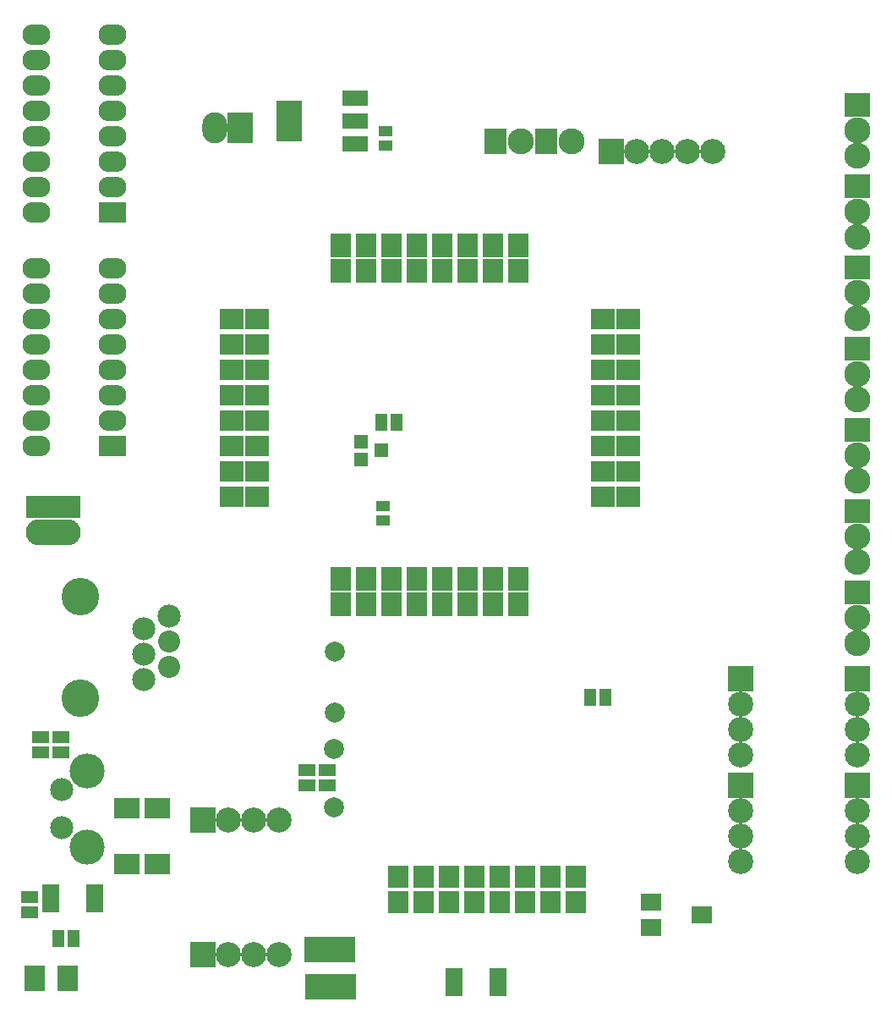
<source format=gts>
G04 #@! TF.FileFunction,Soldermask,Top*
%FSLAX46Y46*%
G04 Gerber Fmt 4.6, Leading zero omitted, Abs format (unit mm)*
G04 Created by KiCad (PCBNEW 4.0.6) date 01/03/18 21:04:18*
%MOMM*%
%LPD*%
G01*
G04 APERTURE LIST*
%ADD10C,0.150000*%
%ADD11R,2.540000X4.165600*%
%ADD12R,2.540000X1.524000*%
%ADD13R,2.032000X1.778000*%
%ADD14R,1.408000X1.008000*%
%ADD15R,2.508000X3.108000*%
%ADD16O,2.508000X3.108000*%
%ADD17C,2.308860*%
%ADD18C,2.208000*%
%ADD19C,3.759200*%
%ADD20R,2.506980X2.506980*%
%ADD21R,2.308860X2.608580*%
%ADD22C,2.608580*%
%ADD23R,5.508000X2.308860*%
%ADD24O,5.508000X2.608580*%
%ADD25C,2.506980*%
%ADD26R,2.032000X2.308860*%
%ADD27R,2.608580X2.407920*%
%ADD28R,1.422400X1.422400*%
%ADD29C,2.008000*%
%ADD30R,1.651000X1.143000*%
%ADD31R,2.508000X2.008000*%
%ADD32R,2.508000X2.032000*%
%ADD33R,1.143000X1.651000*%
%ADD34R,2.032000X2.540000*%
%ADD35R,1.778000X0.914400*%
%ADD36R,2.794000X2.082800*%
%ADD37O,2.794000X2.082800*%
%ADD38C,3.507740*%
%ADD39O,3.507740X3.507740*%
%ADD40R,2.408000X2.108000*%
%ADD41R,2.408000X2.108200*%
%ADD42R,2.108200X2.407920*%
G04 APERTURE END LIST*
D10*
D11*
X63119000Y-65278000D03*
D12*
X69723000Y-65278000D03*
X69723000Y-62992000D03*
X69723000Y-67564000D03*
D13*
X99314000Y-143383000D03*
X104394000Y-144653000D03*
X99314000Y-145923000D03*
D14*
X72491600Y-103745600D03*
X72491600Y-105245600D03*
X72720200Y-66229800D03*
X72720200Y-67729800D03*
D15*
X58166000Y-65913000D03*
D16*
X55626000Y-65913000D03*
D17*
X48547020Y-118584980D03*
X48547020Y-116044980D03*
X48547020Y-121124980D03*
X51087020Y-114774980D03*
D18*
X51087020Y-117314980D03*
X51087020Y-119854980D03*
D19*
X42197020Y-123029980D03*
X42197020Y-112869980D03*
D20*
X65963800Y-151892000D03*
X68503800Y-151892000D03*
X65913000Y-148132800D03*
X68453000Y-148132800D03*
D21*
X83756500Y-67246500D03*
D22*
X86296500Y-67246500D03*
D21*
X88836500Y-67246500D03*
D22*
X91376500Y-67246500D03*
D23*
X39466520Y-103852980D03*
D24*
X39466520Y-106392980D03*
D25*
X105506520Y-68292980D03*
D20*
X95346520Y-68292980D03*
D25*
X97886520Y-68292980D03*
X100426520Y-68292980D03*
X102966520Y-68292980D03*
D26*
X91790520Y-140873480D03*
X91790520Y-143413480D03*
X89250520Y-140873480D03*
X89250520Y-143413480D03*
X86710520Y-140873480D03*
X86710520Y-143413480D03*
X84170520Y-140873480D03*
X84170520Y-143413480D03*
X81630520Y-140873480D03*
X81630520Y-143413480D03*
X79090520Y-140873480D03*
X79090520Y-143413480D03*
X76550520Y-140873480D03*
X76550520Y-143413480D03*
X74010520Y-140873480D03*
X74010520Y-143413480D03*
D27*
X120015000Y-71755000D03*
D22*
X120015000Y-74295000D03*
X120015000Y-76835000D03*
D27*
X120015000Y-88011000D03*
D22*
X120015000Y-90551000D03*
X120015000Y-93091000D03*
D27*
X120015000Y-79883000D03*
D22*
X120015000Y-82423000D03*
X120015000Y-84963000D03*
D27*
X120015000Y-63627000D03*
D22*
X120015000Y-66167000D03*
X120015000Y-68707000D03*
D27*
X120015000Y-112395000D03*
D22*
X120015000Y-114935000D03*
X120015000Y-117475000D03*
D27*
X119984520Y-104297480D03*
D22*
X119984520Y-106837480D03*
X119984520Y-109377480D03*
D27*
X120015000Y-96139000D03*
D22*
X120015000Y-98679000D03*
X120015000Y-101219000D03*
D20*
X108331000Y-131699000D03*
D25*
X108331000Y-134239000D03*
X108331000Y-136779000D03*
X108331000Y-139319000D03*
D20*
X120015000Y-131699000D03*
D25*
X120015000Y-134239000D03*
X120015000Y-136779000D03*
X120015000Y-139319000D03*
D20*
X54452520Y-148620480D03*
D25*
X56992520Y-148620480D03*
X59532520Y-148620480D03*
X62072520Y-148620480D03*
D20*
X54452520Y-135158480D03*
D25*
X56992520Y-135158480D03*
X59532520Y-135158480D03*
X62072520Y-135158480D03*
D20*
X108331000Y-121031000D03*
D25*
X108331000Y-123571000D03*
X108331000Y-126111000D03*
X108331000Y-128651000D03*
D20*
X120015000Y-121031000D03*
D25*
X120015000Y-123571000D03*
X120015000Y-126111000D03*
X120015000Y-128651000D03*
D28*
X70256400Y-99085400D03*
X70256400Y-97307400D03*
X72288400Y-98196400D03*
D29*
X67665600Y-118338600D03*
X67665600Y-124434600D03*
D30*
X38227000Y-126873000D03*
X38227000Y-128397000D03*
D31*
X49911000Y-139573000D03*
X46863000Y-139573000D03*
D32*
X49911000Y-133985000D03*
X46863000Y-133985000D03*
D30*
X37084000Y-142875000D03*
X37084000Y-144399000D03*
D33*
X40005000Y-147066000D03*
X41529000Y-147066000D03*
D30*
X40259000Y-126873000D03*
X40259000Y-128397000D03*
D34*
X40894000Y-151003000D03*
X37592000Y-151003000D03*
D35*
X79565500Y-150406100D03*
X79565500Y-151053800D03*
X79565500Y-151714200D03*
X79565500Y-152361900D03*
X84010500Y-152361900D03*
X84010500Y-151714200D03*
X84010500Y-151053800D03*
X84010500Y-150406100D03*
X39179500Y-142024100D03*
X39179500Y-142671800D03*
X39179500Y-143332200D03*
X39179500Y-143979900D03*
X43624500Y-143979900D03*
X43624500Y-143332200D03*
X43624500Y-142671800D03*
X43624500Y-142024100D03*
D33*
X73837800Y-95427800D03*
X72313800Y-95427800D03*
D36*
X45372020Y-74388980D03*
D37*
X45372020Y-71848980D03*
X45372020Y-69308980D03*
X45372020Y-66768980D03*
X45372020Y-64228980D03*
X45372020Y-61688980D03*
X45372020Y-59148980D03*
X45372020Y-56608980D03*
X37752020Y-56608980D03*
X37752020Y-59148980D03*
X37752020Y-61688980D03*
X37752020Y-64228980D03*
X37752020Y-66768980D03*
X37752020Y-69308980D03*
X37752020Y-71848980D03*
X37752020Y-74388980D03*
D36*
X45372020Y-97756980D03*
D37*
X45372020Y-95216980D03*
X45372020Y-92676980D03*
X45372020Y-90136980D03*
X45372020Y-87596980D03*
X45372020Y-85056980D03*
X45372020Y-82516980D03*
X45372020Y-79976980D03*
X37752020Y-79976980D03*
X37752020Y-82516980D03*
X37752020Y-85056980D03*
X37752020Y-87596980D03*
X37752020Y-90136980D03*
X37752020Y-92676980D03*
X37752020Y-95216980D03*
X37752020Y-97756980D03*
D17*
X40292020Y-135983980D03*
X40292020Y-132173980D03*
D38*
X42832020Y-137888980D03*
D39*
X42832020Y-130268980D03*
D30*
X66929000Y-131699000D03*
X66929000Y-130175000D03*
X64897000Y-131699000D03*
X64897000Y-130175000D03*
D33*
X93251020Y-122902980D03*
X94775020Y-122902980D03*
D40*
X94518480Y-85056980D03*
X97058480Y-85056980D03*
X94518480Y-87596980D03*
X97058480Y-87596980D03*
X94518480Y-90136980D03*
X97058480Y-90136980D03*
X94518480Y-92676980D03*
X97058480Y-92676980D03*
X94518480Y-95216980D03*
X97058480Y-95216980D03*
X94518480Y-97756980D03*
X97058480Y-97756980D03*
X94518480Y-100296980D03*
X97058480Y-100296980D03*
X94518480Y-102836980D03*
X97058480Y-102836980D03*
D41*
X57310020Y-85056980D03*
X59850020Y-85056980D03*
X57310020Y-87596980D03*
X59850020Y-87596980D03*
X57310020Y-90136980D03*
X59850020Y-90136980D03*
X57310020Y-92676980D03*
X59850020Y-92676980D03*
X57310020Y-95216980D03*
X59850020Y-95216980D03*
X57310020Y-97756980D03*
X59850020Y-97756980D03*
X57310020Y-100296980D03*
X59850020Y-100296980D03*
X57310020Y-102836980D03*
X59850020Y-102836980D03*
D42*
X68232020Y-80230980D03*
X68232020Y-77690980D03*
X70772020Y-80230980D03*
X70772020Y-77690980D03*
X73312020Y-80230980D03*
X73312020Y-77690980D03*
X75852020Y-80230980D03*
X75852020Y-77690980D03*
X78392020Y-80230980D03*
X78392020Y-77690980D03*
X80932020Y-80230980D03*
X80932020Y-77690980D03*
X83472020Y-80230980D03*
X83472020Y-77690980D03*
X86012020Y-80230980D03*
X86012020Y-77690980D03*
X86012020Y-113631980D03*
X86012020Y-111091980D03*
X83472020Y-113631980D03*
X83472020Y-111091980D03*
X80932020Y-113631980D03*
X80932020Y-111091980D03*
X78392020Y-113631980D03*
X78392020Y-111091980D03*
X75852020Y-113631980D03*
X75852020Y-111091980D03*
X73312020Y-113631980D03*
X73312020Y-111091980D03*
X70772020Y-113631980D03*
X70772020Y-111091980D03*
X68232020Y-113631980D03*
X68232020Y-111091980D03*
D29*
X67614800Y-128041400D03*
X67614800Y-133883400D03*
M02*

</source>
